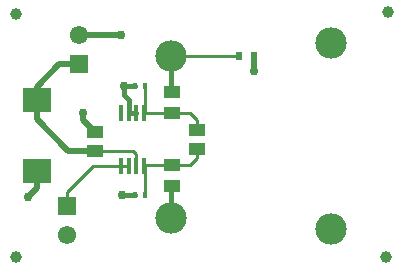
<source format=gtl>
G04*
G04 #@! TF.GenerationSoftware,Altium Limited,Altium Designer,22.5.1 (42)*
G04*
G04 Layer_Physical_Order=1*
G04 Layer_Color=255*
%FSLAX25Y25*%
%MOIN*%
G70*
G04*
G04 #@! TF.SameCoordinates,11F32A4F-6B9E-4148-B8DF-231AA1DA3EC5*
G04*
G04*
G04 #@! TF.FilePolarity,Positive*
G04*
G01*
G75*
%ADD12R,0.01772X0.05709*%
%ADD13R,0.01575X0.01968*%
%ADD14R,0.09173X0.07835*%
%ADD15R,0.05787X0.04016*%
%ADD16R,0.02362X0.03150*%
%ADD17R,0.05315X0.03937*%
%ADD23R,0.06102X0.06102*%
%ADD24C,0.06102*%
%ADD27C,0.01500*%
%ADD28C,0.02000*%
%ADD29C,0.01000*%
%ADD30C,0.10453*%
%ADD31C,0.03937*%
%ADD32C,0.03000*%
D12*
X46839Y51760D02*
D03*
X44280D02*
D03*
X41721D02*
D03*
X39161D02*
D03*
Y34240D02*
D03*
X41721D02*
D03*
X44280D02*
D03*
X46839D02*
D03*
D13*
X47075Y24500D02*
D03*
X43925D02*
D03*
Y61000D02*
D03*
X47075D02*
D03*
D14*
X11000Y56350D02*
D03*
Y32650D02*
D03*
D15*
X30500Y39350D02*
D03*
Y45650D02*
D03*
X64500Y39850D02*
D03*
Y46150D02*
D03*
D16*
X78441Y71000D02*
D03*
X83559D02*
D03*
D17*
X56000Y59043D02*
D03*
Y51957D02*
D03*
Y27457D02*
D03*
Y34543D02*
D03*
D23*
X21000Y21000D02*
D03*
X25067Y68079D02*
D03*
D24*
X21000Y11157D02*
D03*
X25067Y77921D02*
D03*
D27*
X39500Y24500D02*
X43925D01*
X40000Y58000D02*
Y61000D01*
Y58000D02*
X41721Y56279D01*
Y51760D02*
Y56279D01*
X40000Y61000D02*
X43925D01*
X30500Y45650D02*
X30650Y45500D01*
X41721Y51760D02*
X44280D01*
X78213Y70772D02*
X78441Y71000D01*
X55898Y59146D02*
Y70772D01*
Y59146D02*
X56000Y59043D01*
X55898Y27354D02*
X56000Y27457D01*
X55898Y16835D02*
Y27354D01*
D28*
X83500Y66000D02*
X83559Y66059D01*
Y71000D01*
X26500Y49650D02*
Y52000D01*
Y49650D02*
X30500Y45650D01*
X8000Y24000D02*
X11000Y27000D01*
Y32650D01*
X38921Y77921D02*
X39000Y78000D01*
X25067Y77921D02*
X38921D01*
X11000Y50000D02*
Y56350D01*
Y50000D02*
X21650Y39350D01*
X30500D01*
X11000Y56350D02*
Y60500D01*
X18579Y68079D02*
X25067D01*
X11000Y60500D02*
X18579Y68079D01*
D29*
X21000Y21000D02*
Y25500D01*
X25500Y30000D02*
X25500D01*
X29740Y34240D02*
X39161D01*
X21000Y25500D02*
X25500Y30000D01*
X25500D02*
X29740Y34240D01*
X39161D02*
X41721D01*
X46839Y51760D02*
X47075Y51996D01*
Y61000D01*
X46839Y34240D02*
X47075Y34004D01*
Y24500D02*
Y34004D01*
X44280Y34240D02*
Y38221D01*
X43150Y39350D02*
X44280Y38221D01*
X30500Y39350D02*
X43150D01*
X56043Y34500D02*
X62000D01*
X64500Y37000D02*
Y39850D01*
X62000Y34500D02*
X64500Y37000D01*
X56000Y34543D02*
X56043Y34500D01*
X64500Y46150D02*
Y49500D01*
X62043Y51957D02*
X64500Y49500D01*
X56000Y51957D02*
X62043D01*
X46839Y34240D02*
X47142Y34543D01*
X56000D01*
X46839Y51760D02*
X55803D01*
X56000Y51957D01*
X55898Y70772D02*
X78213D01*
D30*
X109047Y13291D02*
D03*
Y75102D02*
D03*
X55898Y16835D02*
D03*
Y70772D02*
D03*
D31*
X4000Y4000D02*
D03*
X127500D02*
D03*
X4000Y85000D02*
D03*
X128000Y85500D02*
D03*
D32*
X39500Y24500D02*
D03*
X40000Y61000D02*
D03*
X83500Y66000D02*
D03*
X26500Y52000D02*
D03*
X8000Y24000D02*
D03*
X39000Y78000D02*
D03*
M02*

</source>
